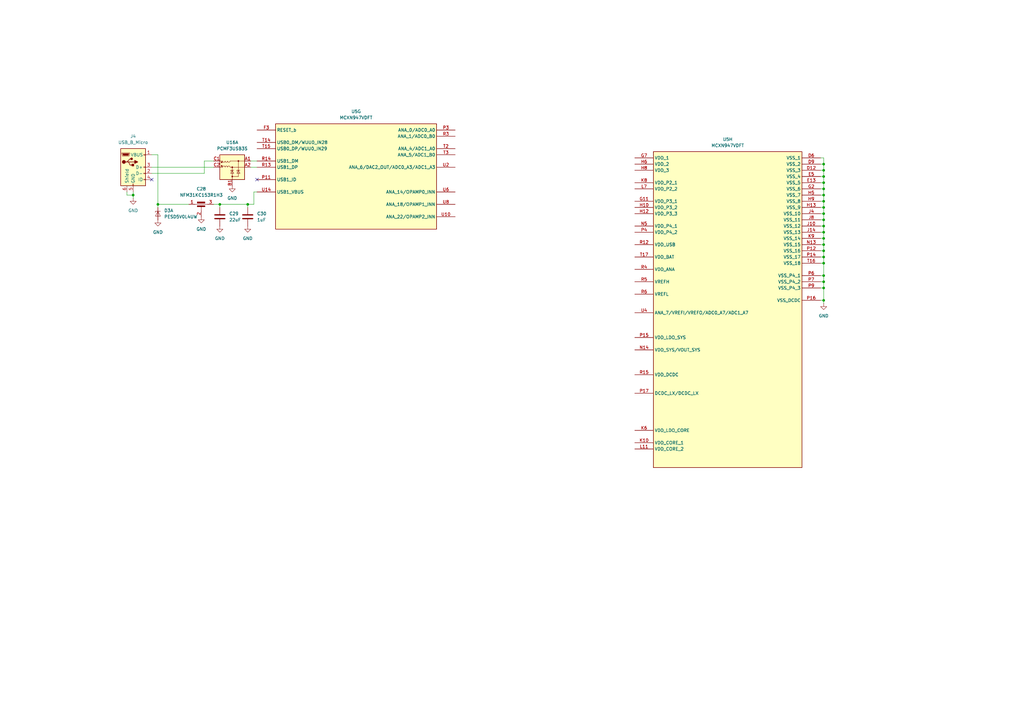
<source format=kicad_sch>
(kicad_sch (version 20231120) (generator "eeschema") (generator_version "8.0")
  (paper "A3")
  (title_block (title "MR-MCXN-T1 Sensor hub") (date "2025-01-17") (rev "X0") (company "NXP SEMICONDUCTORS B.V.") (comment 1 "CLASSIFICATION: INTERNAL USE ONLY") (comment 3 "DESIGNER: YOURI TILS") (comment 4 "CTO SYSTEM INNOVATIONS / MOBILE ROBOTICS DOMAIN"))
  (lib_symbols
    (symbol "Connector:USB_B_Micro" (pin_names (offset 1.016))
      (property "Reference" "J" (at -5.08 11.43 0))
      (property "Value" "USB_B_Micro" (at -5.08 8.89 0))
      (symbol "USB_B_Micro_0_1"
        (rectangle (start -5.08 -7.62) (end 5.08 7.62) (stroke (width 0.254)) (fill (type background)))
        (circle (center -3.81 2.159) (radius 0.635) (stroke (width 0.254)) (fill (type outline)))
        (circle (center -0.635 3.429) (radius 0.381) (stroke (width 0.254)) (fill (type outline)))
        (rectangle (start -0.127 -7.62) (end 0.127 -6.858))
        (polyline (pts (xy -1.905 2.159) (xy 0.635 2.159)) (stroke (width 0.254)))
        (polyline (pts (xy -3.175 2.159) (xy -2.54 2.159) (xy -1.27 3.429) (xy -0.635 3.429)) (stroke (width 0.254)))
        (polyline (pts (xy -2.54 2.159) (xy -1.905 2.159) (xy -1.27 0.889) (xy 0 0.889)) (stroke (width 0.254)))
        (polyline (pts (xy 0.635 2.794) (xy 0.635 1.524) (xy 1.905 2.159) (xy 0.635 2.794)) (stroke (width 0.254)) (fill (type outline)))
        (polyline (pts (xy -4.318 5.588) (xy -1.778 5.588) (xy -2.032 4.826) (xy -4.064 4.826) (xy -4.318 5.588)) (fill (type outline)))
        (polyline (pts (xy -4.699 5.842) (xy -4.699 5.588) (xy -4.445 4.826) (xy -4.445 4.572) (xy -1.651 4.572) (xy -1.651 4.826) (xy -1.397 5.588) (xy -1.397 5.842) (xy -4.699 5.842)))
        (rectangle (start 0.254 1.27) (end -0.508 0.508) (stroke (width 0.254)) (fill (type outline)))
        (rectangle (start 5.08 -5.207) (end 4.318 -4.953))
        (rectangle (start 5.08 -2.667) (end 4.318 -2.413))
        (rectangle (start 5.08 -0.127) (end 4.318 0.127))
        (rectangle (start 5.08 4.953) (end 4.318 5.207))
      )
      (symbol "USB_B_Micro_1_1"
        (pin power_out line (at 7.62 5.08 180) (length 2.54) (name "VBUS") (number "1"))
        (pin bidirectional line (at 7.62 -2.54 180) (length 2.54) (name "D-") (number "2"))
        (pin bidirectional line (at 7.62 0 180) (length 2.54) (name "D+") (number "3"))
        (pin passive line (at 7.62 -5.08 180) (length 2.54) (name "ID") (number "4"))
        (pin power_out line (at 0 -10.16 90) (length 2.54) (name "GND") (number "5"))
        (pin passive line (at -2.54 -10.16 90) (length 2.54) (name "Shield") (number "6"))
      )
    )
    (symbol "Device:C" (pin_numbers hide) (pin_names (offset 0.254))
      (property "Reference" "C" (at 0.635 2.54 0))
      (property "Value" "C" (at 0.635 -2.54 0))
      (symbol "C_0_1"
        (polyline (pts (xy -2.032 -0.762) (xy 2.032 -0.762)) (stroke (width 0.508)))
        (polyline (pts (xy -2.032 0.762) (xy 2.032 0.762)) (stroke (width 0.508)))
      )
      (symbol "C_1_1"
        (pin passive line (at 0 3.81 270) (length 2.794) (name "~") (number "1"))
        (pin passive line (at 0 -3.81 90) (length 2.794) (name "~") (number "2"))
      )
    )
    (symbol "Device:C_Feedthrough" (pin_names (offset 0.254) hide)
      (property "Reference" "C" (at 0 7.62 0))
      (property "Value" "C_Feedthrough" (at 0 5.715 0))
      (symbol "C_Feedthrough_0_1"
        (rectangle (start -1.651 1.524) (end 1.524 2.032) (fill (type outline)))
        (polyline (pts (xy -2.54 2.54) (xy 2.54 2.54)))
        (polyline (pts (xy 0 0) (xy 0 1.778)))
        (rectangle (start 1.524 3.048) (end -1.651 3.556) (fill (type outline)))
      )
      (symbol "C_Feedthrough_1_1"
        (pin passive line (at -5.08 2.54 0) (length 2.54) (name "1") (number "1"))
        (pin passive line (at 0 -2.54 90) (length 2.54) (name "2") (number "2"))
        (pin passive line (at 5.08 2.54 180) (length 2.54) (name "3") (number "3"))
      )
    )
    (symbol "MCXN:MCXN947VDFT"
      (property "Reference" "U" (at 1.27 3.81 0))
      (property "Value" "MCXN947VDFT" (at 7.62 1.27 0))
      (symbol "MCXN947VDFT_1_0"
        (rectangle (start 147.32 0) (end 0 -88.9) (stroke (width 0.254)) (fill (type background)))
        (pin passive line (at -7.62 -48.26 0) (length 7.62) (name "P0_17/TSI0_CH12/ADC0_A9/FC0_P1/CT0_MAT1/UTICK_CAP3/FLEXIO0_D1/PDM0_DATA0/I3C0_SCL/TP_HREADY") (number "A10"))
        (pin passive line (at -7.62 -27.94 0) (length 7.62) (name "P0_9/ADC0_B9/FC0_P5/CT_INP1/FLEXIO0_D1") (number "A12"))
        (pin passive line (at -7.62 -17.78 0) (length 7.62) (name "P0_5/TSI0_CH9/EWM0_OUT_b/FC0_P1/FC1_P5/CT0_MAT3/UTICK_CAP3/PDM0_DATA0") (number "A14"))
        (pin passive line (at -7.62 -7.62 0) (length 7.62) (name "P0_1/TCLK/SWCLK/FC1_P1/CT_INP1") (number "A16"))
        (pin passive line (at -7.62 -5.08 0) (length 7.62) (name "P0_0/TMS/SWDIO/FC1_P0/CT_INP0") (number "A17"))
        (pin passive line (at -7.62 -68.58 0) (length 7.62) (name "P0_25/ADC0_B17/FC1_P1/CT0_MAT1") (number "A6"))
        (pin passive line (at -7.62 -58.42 0) (length 7.62) (name "P0_21/TSI0_CH16/ADC0_A13/FC0_P5/FC1_P1/CT_INP1/FLEXIO0_D5/I3C0_SCL") (number "A8"))
        (pin passive line (at -7.62 -45.72 0) (length 7.62) (name "P0_16/TSI0_CH11/ADC0_A8/FC0_P0/CT0_MAT0/UTICK_CAP2/FLEXIO0_D0/PDM0_CLK/I3C0_SDA/TP_HRESP/WUU0_IN2") (number "B10"))
        (pin passive line (at -7.62 -33.02 0) (length 7.62) (name "P0_11/ADC0_B11/CT0_MAT1/FLEXIO0_D3/HSCMP2_OUT") (number "B11"))
        (pin passive line (at -7.62 -30.48 0) (length 7.62) (name "P0_10/ADC0_B10/FC0_P6/CT0_MAT0/FLEXIO0_D2") (number "B12"))
        (pin passive line (at -7.62 -15.24 0) (length 7.62) (name "P0_4/TSI0_CH8/EWM0_IN/FC0_P0/FC1_P4/CT0_MAT2/UTICK_CAP2/HSCMP1_OUT/PDM0_CLK/WUU0_IN0") (number "B14"))
        (pin passive line (at -7.62 -12.7 0) (length 7.62) (name "P0_3/CMP1_IN1/TDI/FC1_P3/CT0_MAT1/UTICK_CAP1/HSCMP0_OUT") (number "B15"))
        (pin passive line (at -7.62 -10.16 0) (length 7.62) (name "P0_2/TDO/SWO/FC1_P2/CT0_MAT0/UTICK_CAP0/I3C0_PUR") (number "B16"))
        (pin passive line (at -7.62 -66.04 0) (length 7.62) (name "P0_24/ADC0_B16/FC1_P0/CT0_MAT0") (number "B6"))
        (pin passive line (at -7.62 -63.5 0) (length 7.62) (name "P0_23/ADC0_A15/CMP2_IN2/EWM0_OUT_b/FC1_P3/CT_INP3/FLEXIO0_D7/WUU0_IN5") (number "B7"))
        (pin passive line (at -7.62 -60.96 0) (length 7.62) (name "P0_22/ADC0_A14/CMP1_IN2/EWM0_IN/FC0_P6/FC1_P2/CT_INP2/FLEXIO0_D6/I3C0_PUR") (number "B8"))
        (pin passive line (at -7.62 -50.8 0) (length 7.62) (name "P0_18/TSI0_CH13/ADC0_A10/EWM0_IN/FC0_P2/CT0_MAT2/FLEXIO0_D2/HSCMP0_OUT/PDM0_DATA1") (number "C10"))
        (pin passive line (at -7.62 -25.4 0) (length 7.62) (name "P0_8/ADC0_B8/FC0_P4/CT_INP0/FLEXIO0_D0") (number "C12"))
        (pin passive line (at -7.62 -22.86 0) (length 7.62) (name "P0_7/CMP2_IN1/FC0_P3/CT_INP3/WUU0_IN1") (number "C13"))
        (pin passive line (at -7.62 -20.32 0) (length 7.62) (name "P0_6/TSI0_CH10/ISPMODE_N/FC0_P2/FC1_P6/CT_INP2/HSCMP2_OUT/PDM0_DATA1/CLKOUT") (number "C14"))
        (pin passive line (at -7.62 -55.88 0) (length 7.62) (name "P0_20/TSI0_CH15/ADC0_A12/FC0_P4/FC1_P0/CT_INP0/FLEXIO0_D4/I3C0_SDA/WUU0_IN4") (number "C8"))
        (pin passive line (at -7.62 -53.34 0) (length 7.62) (name "P0_19/TSI0_CH14/ADC0_A11/EWM0_OUT_b/FC0_P3/CT0_MAT3/FLEXIO0_D3/HSCMP1_OUT/WUU0_IN3") (number "C9"))
        (pin passive line (at -7.62 -35.56 0) (length 7.62) (name "P0_12/ADC0_B12/NVM_TM0/FC1_P4/FC0_P0/CT0_MAT2/FLEXIO0_D4") (number "D11"))
        (pin passive line (at -7.62 -83.82 0) (length 7.62) (name "P0_31/ADC0_B23/CT_INP3") (number "D7"))
        (pin passive line (at -7.62 -73.66 0) (length 7.62) (name "P0_27/ADC0_B19/FC1_P3/CT0_MAT3") (number "E10"))
        (pin passive line (at -7.62 -40.64 0) (length 7.62) (name "P0_14/ADC0_B14/NVM_TM2/FC1_P6/FC0_P2/CT_INP2/UTICK_CAP0/FLEXIO0_D6") (number "E11"))
        (pin passive line (at -7.62 -81.28 0) (length 7.62) (name "P0_30/ADC0_B22/FC1_P6/FC0_P6/CT_INP2") (number "E7"))
        (pin passive line (at -7.62 -76.2 0) (length 7.62) (name "P0_28/ADC0_B20/FC1_P4/FC0_P4/CT_INP0") (number "E8"))
        (pin passive line (at -7.62 -71.12 0) (length 7.62) (name "P0_26/ADC0_B18/FC1_P2/CT0_MAT2") (number "F10"))
        (pin passive line (at -7.62 -38.1 0) (length 7.62) (name "P0_13/ADC0_B13/NVM_TM1/FC1_P5/FC0_P1/CT0_MAT3/FLEXIO0_D5") (number "F12"))
        (pin passive line (at -7.62 -78.74 0) (length 7.62) (name "P0_29/ADC0_B21/FC1_P5/FC0_P5/CT_INP1") (number "F8"))
        (pin passive line (at -7.62 -43.18 0) (length 7.62) (name "P0_15/ADC0_B15/NVM_TM3/FC0_P3/CT_INP3/UTICK_CAP1/FLEXIO0_D7") (number "G13"))
      )
      (symbol "MCXN947VDFT_2_0"
        (rectangle (start 248.92 0) (end 0 -71.12) (stroke (width 0.254)) (fill (type background)))
        (pin passive line (at -7.62 -22.86 0) (length 7.62) (name "P1_8/TSI0_CH17/ADC1_A8/TRACE_DATA0/FC4_P0/FC5_P4/CT_INP8/SCT0_OUT2/FLEXIO0_D16/EZH_PIO4/PLU_OUT0/ENET0_TXD2/I3C1_SDA/TP_DATA0/WUU0_IN10/LPTMR1_ALT3") (number "A1"))
        (pin passive line (at -7.62 -20.32 0) (length 7.62) (name "P1_7/TSI0_CH7/ADC0_A23/TRIG_OUT2/FC5_P3/CT_INP7/SCT0_IN1/FLEXIO0_D15/EZH_PIO3/PLU_CLK/ENET0_TXD1/SAI1_RX_FS/CAN1_RXD/USB0_DO_TXDATA_TEST/ADC1_CONV_DATA3/WUU0_IN9") (number "A2"))
        (pin passive line (at -7.62 -12.7 0) (length 7.62) (name "P1_4/TSI0_CH4/ADC0_A20/CMP0_IN2/FREQME_CLK_IN0/FC3_P4/FC5_P0/CT1_MAT2/SCT0_OUT0/FLEXIO0_D12/EZH_PIO0/ENET0_TX_CLK/SAI0_TXD1/USB0_IND_RXDM_TEST/ADC1_CONV_DATA0/WUU0_IN8") (number "A4"))
        (pin passive line (at -7.62 -25.4 0) (length 7.62) (name "P1_9/TSI0_CH18/ADC1_A9/TRACE_DATA1/FC4_P1/FC5_P5/CT_INP9/SCT0_OUT3/FLEXIO0_D17/EZH_PIO5/PLU_OUT1/ENET0_TXD3/I3C1_SCL/TP_DATA1") (number "B1"))
        (pin passive line (at -7.62 -17.78 0) (length 7.62) (name "P1_6/TSI0_CH6/ADC0_A22/TRIG_IN2/FC3_P6/FC5_P2/CT_INP6/SCT0_IN0/FLEXIO0_D14/EZH_PIO2/ENET0_TXD0/SAI1_RX_BCLK/CAN1_TXD/USB0_IND_RXDIFF_TEST/ADC1_CONV_DATA2") (number "B2"))
        (pin passive line (at -7.62 -15.24 0) (length 7.62) (name "P1_5/TSI0_CH5/ADC0_A21/CMP0_IN3/FREQME_CLK_IN1/FC3_P5/FC5_P1/CT1_MAT3/SCT0_OUT1/FLEXIO0_D13/EZH_PIO1/ENET0_TXEN/SAI0_RXD1/USB0_IND_RXDP_TEST/ADC1_CONV_DATA1") (number "B3"))
        (pin passive line (at -7.62 -10.16 0) (length 7.62) (name "P1_3/TSI0_CH3/ADC0_A19/CMP0_IN1/TRIG_OUT1/FC3_P3/CT1_MAT1/SCT0_IN7/FLEXIO0_D11/ENET0_MDIO/SAI1_RXD0/CAN0_RXD/TP_HTRANS/WUU0_IN7") (number "B4"))
        (pin passive line (at -7.62 -27.94 0) (length 7.62) (name "P1_10/TSI0_CH19/ADC1_A10/TRACE_DATA2/FC4_P2/FC5_P6/CT2_MAT0/SCT0_IN2/FLEXIO0_D18/EZH_PIO6/PLU_IN0/ENET0_TXER/CAN0_TXD/TP_DATA2") (number "C3"))
        (pin passive line (at -7.62 -7.62 0) (length 7.62) (name "P1_2/TSI0_CH2/ADC0_A18/CMP2_IN0/TRIG_OUT0/FC3_P2/FC4_P6/CT1_MAT0/SCT0_IN6/FLEXIO0_D10/ENET0_MDC/SAI1_TXD0/CAN0_TXD/USB0_OBE_TXDATA_b_TEST/ADC1_CONV_CLK") (number "C4"))
        (pin passive line (at -7.62 -5.08 0) (length 7.62) (name "P1_1/TSI0_CH1/ADC0_A17/CMP1_IN0/TRIG_IN1/FC3_P1/FC4_P5/CT_INP5/SCT0_OUT7/FLEXIO0_D9/SAI1_TX_FS/NVM_SDO") (number "C5"))
        (pin passive line (at -7.62 -2.54 0) (length 7.62) (name "P1_0/TSI0_CH0/ADC0_A16/CMP0_IN0/TRIG_IN0/FC3_P0/FC4_P4/CT_INP4/SCT0_OUT6/FLEXIO0_D8/SAI1_TX_BCLK/WUU0_IN6/LPTMR0_ALT3") (number "C6"))
        (pin passive line (at -7.62 -35.56 0) (length 7.62) (name "P1_13/TSI0_CH22/ADC1_A13/TRIG_IN3/FC4_P5/FC3_P1/CT2_MAT3/SCT0_OUT5/FLEXIO0_D21/EZH_PIO9/PLU_OUT3/ENET0_RXDV/CAN1_TXD/USB0_OBE_TXBIAS_b_TEST/ADC1_CONV_DATA5") (number "D1"))
        (pin passive line (at -7.62 -33.02 0) (length 7.62) (name "P1_12/TSI0_CH21/ADC1_A12/TRACE_CLK/FC4_P4/FC3_P0/CT2_MAT2/SCT0_OUT4/FLEXIO0_D20/EZH_PIO8/PLU_OUT2/ENET0_RXER/CAN1_RXD/USB0_PUE_PULLDWN_DP_TEST/ADC1_CONV_DATA4/WUU0_IN12") (number "D2"))
        (pin passive line (at -7.62 -30.48 0) (length 7.62) (name "P1_11/TSI0_CH20/ADC1_A11/TRACE_DATA3/FC4_P3/CT2_MAT1/SCT0_IN3/FLEXIO0_D19/EZH_PIO7/PLU_IN1/ENET0_RX_CLK/I3C1_PUR/CAN0_RXD/TP_DATA3/WUU0_IN11") (number "D3"))
        (pin passive line (at -7.62 -38.1 0) (length 7.62) (name "P1_14/TSI0_CH23/ADC1_A14/FC4_P6/FC3_P2/CT_INP10/SCT0_IN4/FLEXIO0_D22/EZH_PIO10/PLU_IN2/ENET0_RXD0/USB0_DO_TXSZERO_TEST/ADC1_CONV_DATA6") (number "D4"))
        (pin passive line (at -7.62 -40.64 0) (length 7.62) (name "P1_15/TSI0_CH24/ADC1_A15/FC3_P3/CT_INP11/SCT0_IN5/FLEXIO0_D23/EZH_PIO11/PLU_IN3/ENET0_RXD1/I3C1_PUR/USB0_SRE_LOWSPEED_TEST/ADC1_CONV_DATA7/WUU0_IN13") (number "E4"))
        (pin passive line (at -7.62 -63.5 0) (length 7.62) (name "P1_30/XTAL48M/TRIG_OUT3/CT_INP16/SCT0_OUT8/SAI0_MCLK") (number "F1"))
        (pin passive line (at -7.62 -66.04 0) (length 7.62) (name "P1_31/EXTAL48M/TRIG_IN4/CT_INP17/SCT0_OUT9") (number "F2"))
        (pin passive line (at -7.62 -45.72 0) (length 7.62) (name "P1_17/ADC1_A17/FC5_P1/FC3_P5/CT_INP13/SCT0_OUT7/FLEXIO0_D25/EZH_PIO13/PLU_OUT5/ENET0_RXD3/I3C1_SCL") (number "F4"))
        (pin passive line (at -7.62 -43.18 0) (length 7.62) (name "P1_16/ADC1_A16/FC5_P0/FC3_P4/CT_INP12/SCT0_OUT6/FLEXIO0_D24/EZH_PIO12/PLU_OUT4/ENET0_RXD2/I3C1_SDA/WUU0_IN14") (number "F6"))
        (pin passive line (at -7.62 -48.26 0) (length 7.62) (name "P1_18/ADC1_A18/FREQME_CLK_IN0/FC5_P2/FC3_P6/CT3_MAT0/SCT0_IN6/FLEXIO0_D26/EZH_PIO14/PLU_IN4/ENET0_COL/CAN0_TXD") (number "G4"))
        (pin passive line (at -7.62 -50.8 0) (length 7.62) (name "P1_19/ADC1_A19/FREQME_CLK_IN1/FC5_P3/CT3_MAT1/SCT0_IN7/FLEXIO0_D27/EZH_PIO15/PLU_IN5/ENET0_CRS/CAN0_RXD/WUU0_IN15") (number "G5"))
        (pin passive line (at -7.62 -53.34 0) (length 7.62) (name "P1_20/ADC1_A20/CMP1_IN3/TRIG_IN2/FC5_P4/FC4_P0/CT3_MAT2/SCT0_OUT8/FLEXIO0_D28/EZH_PIO16/PLU_OUT6/ENET0_MDC/CAN1_TXD") (number "K5"))
        (pin passive line (at -7.62 -58.42 0) (length 7.62) (name "P1_22/ADC1_A22/TRIG_IN3/FC5_P6/FC4_P2/CT_INP14/SCT0_OUT4/FLEXIO0_D30/EZH_PIO18") (number "L4"))
        (pin passive line (at -7.62 -55.88 0) (length 7.62) (name "P1_21/ADC1_A21/CMP2_IN3/TRIG_OUT2/FC5_P5/FC4_P1/CT3_MAT3/SCT0_OUT9/FLEXIO0_D29/EZH_PIO17/PLU_OUT7/ENET0_MDIO/SAI1_MCLK/CAN1_RXD") (number "L5"))
        (pin passive line (at -7.62 -60.96 0) (length 7.62) (name "P1_23/ADC1_A23/FC4_P3/CT_INP15/SCT0_OUT5/FLEXIO0_D31/EZH_PIO19") (number "M4"))
      )
      (symbol "MCXN947VDFT_3_0"
        (rectangle (start 223.52 0) (end 0 -35.56) (stroke (width 0.254)) (fill (type background)))
        (pin passive line (at -7.62 -5.08 0) (length 7.62) (name "P2_1/TRACE_CLK/SDHC0_D4/SCT0_IN1/PWM1_B3/FLEXIO0_D9/EZH_PIO21/FLEXSPI0_B_DQS/SINC0_MCLK_OUT0/SAI0_RX_FS/ESPI0_NOTIFY") (number "H1"))
        (pin passive line (at -7.62 -2.54 0) (length 7.62) (name "P2_0/TRIG_IN5/FC9_P6/SDHC0_D5/SCT0_IN0/PWM1_A3/FLEXIO0_D8/EZH_PIO20/FLEXSPI0_B_SS1_b/SAI0_RX_BCLK/ESPI0_RST") (number "H2"))
        (pin passive line (at -7.62 -7.62 0) (length 7.62) (name "P2_2/CLKOUT/FC9_P3/SDHC0_D1/SCT0_OUT0/PWM1_A2/FLEXIO0_D10/EZH_PIO22/FLEXSPI0_B_SS0_b/SINC0_MCLK0/SAI0_TXD0/ESPI0_CSn/USB0_IBE_RXDIFF_b_TEST/WUU0_IN16") (number "H3"))
        (pin passive line (at -7.62 -10.16 0) (length 7.62) (name "P2_3/FC9_P1/SDHC0_D0/SCT0_OUT1/PWM1_B2/FLEXIO0_D11/EZH_PIO23/FLEXSPI0_B_SCLK/SINC0_MBIT0/SAI0_RXD0/ESPI0_CLK/USB0_PUE_PULLDWN_DM_TEST") (number "J3"))
        (pin passive line (at -7.62 -15.24 0) (length 7.62) (name "P2_5/TRIG_OUT3/FC9_P2/SDHC0_CMD/SCT0_OUT3/PWM1_B1/FLEXIO0_D13/EZH_PIO25/FLEXSPI0_B_DATA1/SINC0_MBIT1/SAI0_TXD1/ESPI0_DATA1/USB0_SRE_LOWSPEED_TEST") (number "K1"))
        (pin passive line (at -7.62 -17.78 0) (length 7.62) (name "P2_6/TRIG_IN4/FC9_P4/SDHC0_D3/SCT0_OUT4/PWM1_A0/FLEXIO0_D14/EZH_PIO26/FLEXSPI0_B_DATA2/SINC0_MCLK2/SAI0_TX_BCLK/ESPI0_DATA2/USB0_PUIMPSEL_PULLUP_DP_TEST") (number "K2"))
        (pin passive line (at -7.62 -12.7 0) (length 7.62) (name "P2_4/FC9_P0/SDHC0_CLK/SCT0_OUT2/PWM1_A1/FLEXIO0_D12/EZH_PIO24/FLEXSPI0_B_DATA0/SINC0_MCLK1/SAI0_RXD1/ESPI0_DATA0/USB0_PUE_PULLUP_DP_TEST/WUU0_IN17") (number "K3"))
        (pin passive line (at -7.62 -20.32 0) (length 7.62) (name "P2_7/TRIG_IN5/FC9_P5/SDHC0_D2/SCT0_OUT5/PWM1_B0/FLEXIO0_D15/EZH_PIO27/FLEXSPI0_B_DATA3/SINC0_MBIT2/SAI0_TX_FS/ESPI0_DATA3/USB1_TSTO_PLL_OUT_DIV") (number "L2"))
        (pin passive line (at -7.62 -25.4 0) (length 7.62) (name "P2_9/TRACE_DATA1/SDHC0_D6/SCT0_IN3/PWM1_X1/FLEXIO0_D17/EZH_PIO29/FLEXSPI0_B_DATA5/SINC0_MBIT3/SAI1_RXD0") (number "M1"))
        (pin passive line (at -7.62 -22.86 0) (length 7.62) (name "P2_8/TRACE_DATA0/SDHC0_D7/SCT0_IN2/PWM1_X0/FLEXIO0_D16/EZH_PIO28/FLEXSPI0_B_DATA4/SINC0_MCLK3/SAI1_TXD0") (number "M2"))
        (pin passive line (at -7.62 -27.94 0) (length 7.62) (name "P2_10/TRACE_DATA2/SCT0_IN4/PWM1_X2/FLEXIO0_D18/EZH_PIO31/FLEXSPI0_B_DATA6/SINC0_MCLK4/SAI1_RXD1") (number "M3"))
        (pin passive line (at -7.62 -30.48 0) (length 7.62) (name "P2_11/TRACE_DATA3/SCT0_IN5/PWM1_X3/FLEXIO0_D19/EZH_PIO30/FLEXSPI0_B_DATA7/SINC0_MBIT4/SAI1_TXD1") (number "N4"))
      )
      (symbol "MCXN947VDFT_4_0"
        (rectangle (start 226.06 0) (end 0 -66.04) (stroke (width 0.254)) (fill (type background)))
        (pin passive line (at -7.62 -2.54 0) (length 7.62) (name "P3_0/TRIG_IN0/FC7_P3/CT_INP16/PWM0_A0/FLEXIO0_D8/EZH_PIO0/FLEXSPI0_A_SS0_b/PF_QSPI_CS0_DIS/TP_HWRITE/WUU0_IN22") (number "B17"))
        (pin passive line (at -7.62 -5.08 0) (length 7.62) (name "P3_1/TRIG_IN1/FC6_P0/FC7_P6/CT_INP17/PWM0_B0/FLEXIO0_D9/EZH_PIO1/FLEXSPI0_A_SS1_b/PF_QSPI_CS1_DIS/FREQME_CLK_OUT0") (number "C15"))
        (pin passive line (at -7.62 -20.32 0) (length 7.62) (name "P3_7/FC6_P6/FC7_P1/CT4_MAT3/PWM0_B1/FLEXIO0_D15/EZH_PIO7/FLEXSPI0_A_SCLK/SIM0_VCCEN/SAI0_MCLK/PF_QSPI_SCKIN/TP_LOAD_EN") (number "D14"))
        (pin passive line (at -7.62 -7.62 0) (length 7.62) (name "P3_2/FC7_P0/CT4_MAT0/PWM0_X0/FLEXIO0_D10/EZH_PIO2/SIM1_PD") (number "D15"))
        (pin passive line (at -7.62 -10.16 0) (length 7.62) (name "P3_3/FC7_P1/CT4_MAT1/PWM0_X1/FLEXIO0_D11/EZH_PIO3/SIM1_RST") (number "D16"))
        (pin passive line (at -7.62 -17.78 0) (length 7.62) (name "P3_6/CLKOUT/FC6_P1/CT4_MAT2/PWM0_A1/FLEXIO0_D14/EZH_PIO6/FLEXSPI0_A_DQS/SIM1_VCCEN/SAI1_MCLK/PF_QSPI_CS_n/FREQME_CLK_OUT1/ADC0_CONV_CLK") (number "D17"))
        (pin passive line (at -7.62 -22.86 0) (length 7.62) (name "P3_8/FC6_P4/FC7_P0/CT_INP4/PWM0_A2/FLEXIO0_D16/EZH_PIO8/FLEXSPI0_A_DATA0/SIM0_PD/SAI0_TX_BCLK/PF_QSPI_DATA0/TP_ADDR0/WUU0_IN23") (number "E14"))
        (pin passive line (at -7.62 -12.7 0) (length 7.62) (name "P3_4/FC7_P2/CT_INP18/PWM0_X2/FLEXIO0_D12/EZH_PIO4/SIM1_CLK") (number "F14"))
        (pin passive line (at -7.62 -25.4 0) (length 7.62) (name "P3_9/FC6_P5/FC7_P2/CT_INP5/PWM0_B2/FLEXIO0_D17/EZH_PIO9/FLEXSPI0_A_DATA1/SIM0_RST/SAI0_TX_FS/PF_QSPI_DATA1/TP_ADDR1") (number "F15"))
        (pin passive line (at -7.62 -30.48 0) (length 7.62) (name "P3_11/FC6_P3/FC7_P5/CT1_MAT1/PWM0_B3/FLEXIO0_D19/EZH_PIO11/FLEXSPI0_A_DATA3/SIM0_IO/SAI0_RXD0/PF_QSPI_DATA3/USB1_TSTI_TX_LS_EN/TP_ADDR3/WUU0_IN24") (number "F16"))
        (pin passive line (at -7.62 -27.94 0) (length 7.62) (name "P3_10/FC6_P2/FC7_P4/CT1_MAT0/PWM0_A3/FLEXIO0_D18/EZH_PIO10/FLEXSPI0_A_DATA2/SIM0_CLK/SAI0_TXD0/PF_QSPI_DATA2/USB1_TSTI_TX_HS_MODE/TP_ADDR2") (number "F17"))
        (pin passive line (at -7.62 -15.24 0) (length 7.62) (name "P3_5/FC7_P3/CT_INP19/PWM0_X3/FLEXIO0_D13/EZH_PIO5/SIM1_IO") (number "G14"))
        (pin passive line (at -7.62 -33.02 0) (length 7.62) (name "P3_12/FC7_P4/FC6_P4/CT1_MAT2/PWM1_A0/FLEXIO0_D20/EZH_PIO12/FLEXSPI0_A_DATA4/SAI0_RXD1/USB1_TSTI_TX_ENAB/ADC0_CONV_DATA0") (number "G16"))
        (pin passive line (at -7.62 -40.64 0) (length 7.62) (name "P3_15/FC8_P1/CT_INP7/PWM1_B1/FLEXIO0_D23/EZH_PIO15/FLEXSPI0_A_DATA7/SAI0_RX_FS/PF_SPI_SCKIN/USB1_TSTI_TX_DN/ADC0_CONV_DATA3") (number "H15"))
        (pin passive line (at -7.62 -35.56 0) (length 7.62) (name "P3_13/FC7_P5/FC6_P5/CT1_MAT3/PWM1_B0/FLEXIO0_D21/EZH_PIO13/FLEXSPI0_A_DATA5/SAI0_TXD1/PF_SPI_CS0_n/USB1_TSTI_TX_HIZ/ADC0_CONV_DATA1") (number "H16"))
        (pin passive line (at -7.62 -38.1 0) (length 7.62) (name "P3_14/FC8_P0/CT_INP6/PWM1_A1/FLEXIO0_D22/EZH_PIO14/FLEXSPI0_A_DATA6/SAI0_RX_BCLK/PF_SPI_DATA/USB1_TSTI_TX_DP/ADC0_CONV_DATA2/WUU0_IN25") (number "H17"))
        (pin passive line (at -7.62 -43.18 0) (length 7.62) (name "P3_16/FC8_P2/CT_INP8/PWM1_A2/FLEXIO0_D24/EZH_PIO16/SIM0_CLK/SAI1_TX_BCLK/USB1_TSTO_RX_FS_RXD/ADC0_CONV_DATA4") (number "J15"))
        (pin passive line (at -7.62 -45.72 0) (length 7.62) (name "P3_17/FC8_P3/CT_INP9/PWM1_B2/FLEXIO0_D25/EZH_PIO17/SIM0_IO/SAI1_TX_FS/USB1_TSTO_RX_HS_RXD/ADC0_CONV_DATA5/WUU0_IN26") (number "K15"))
        (pin passive line (at -7.62 -48.26 0) (length 7.62) (name "P3_18/FC6_P6/CT2_MAT0/PWM1_X0/FLEXIO0_D26/EZH_PIO18/SAI1_RX_BCLK") (number "K16"))
        (pin passive line (at -7.62 -50.8 0) (length 7.62) (name "P3_19/FC7_P6/CT2_MAT1/PWM1_X1/FLEXIO0_D27/EZH_PIO19/SAI1_RX_FS") (number "K17"))
        (pin passive line (at -7.62 -55.88 0) (length 7.62) (name "P3_21/TRIG_OUT1/FC8_P5/FC6_P1/CT2_MAT3/PWM1_B3/FLEXIO0_D29/EZH_PIO21/SIM0_RST/SAI1_RXD0/PF_SPI_CS1_DIS_n/USB1_TSTO_RX_SQUELCH/ADC0_CONV_DATA7") (number "L16"))
        (pin passive line (at -7.62 -60.96 0) (length 7.62) (name "P3_23/FC6_P3/CT_INP11/PWM1_X3/FLEXIO0_D31/EZH_PIO23/SAI1_TXD1") (number "M15"))
        (pin passive line (at -7.62 -58.42 0) (length 7.62) (name "P3_22/FC8_P6/FC6_P2/CT_INP10/PWM1_X2/FLEXIO0_D30/EZH_PIO22/SIM0_VCCEN/SAI1_RXD1") (number "M16"))
        (pin passive line (at -7.62 -53.34 0) (length 7.62) (name "P3_20/TRIG_OUT0/FC8_P4/FC6_P0/CT2_MAT2/PWM1_A3/FLEXIO0_D28/EZH_PIO20/SIM0_PD/SAI1_TXD0/PF_SPI_CS0_DIS_n/USB1_TSTO_RX_DISCON_DET/ADC0_CONV_DATA6/WUU0_IN27") (number "M17"))
      )
      (symbol "MCXN947VDFT_5_0"
        (rectangle (start 198.12 0) (end 0 -55.88) (stroke (width 0.254)) (fill (type background)))
        (pin passive line (at -7.62 -12.7 0) (length 7.62) (name "P4_4/FC2_P4/CT_INP14/EZH_PIO28/PLU_IN4/SINC0_MCLK4") (number "M6"))
        (pin passive line (at -7.62 -15.24 0) (length 7.62) (name "P4_5/FC2_P5/CT_INP15/EZH_PIO29/PLU_IN5/SINC0_MBIT4") (number "M8"))
        (pin passive line (at -7.62 -38.1 0) (length 7.62) (name "P4_18/CT3_MAT2/FLEXIO0_D26/PLU_OUT6") (number "N10"))
        (pin passive line (at -7.62 -17.78 0) (length 7.62) (name "P4_6/TRIG_OUT4/FC2_P6/CT_INP18/EZH_PIO30/PLU_CLK") (number "N7"))
        (pin passive line (at -7.62 -27.94 0) (length 7.62) (name "P4_14/CT4_MAT2/FLEXIO0_D22/PLU_OUT2") (number "N8"))
        (pin passive line (at -7.62 -2.54 0) (length 7.62) (name "P4_0/TRIG_IN6/FC2_P0/CT_INP16/EZH_PIO24/PLU_IN0/SINC0_MCLK3/WUU0_IN18") (number "P1"))
        (pin passive line (at -7.62 -5.08 0) (length 7.62) (name "P4_1/TRIG_IN7/FC2_P1/CT_INP17/EZH_PIO25/PLU_IN1") (number "P2"))
        (pin passive line (at -7.62 -40.64 0) (length 7.62) (name "P4_19/OPAMP1_OUT/ADC0_B1/CMP1_IN4P/TRIG_OUT5/CT3_MAT3/FLEXIO0_D27/PLU_OUT7/SINC0_MCLK_OUT1") (number "R10"))
        (pin passive line (at -7.62 -33.02 0) (length 7.62) (name "P4_16/OPAMP1_INP0/ADC0_A6/FC2_P2/USB1_OTG_PWR/CT3_MAT0/FLEXIO0_D24/PLU_OUT4/SINC0_MCLK1/CAN1_TXD") (number "R8"))
        (pin passive line (at -7.62 -35.56 0) (length 7.62) (name "P4_17/OPAMP1_INP1/ADC0_B6/TRIG_IN9/FC2_P3/USB1_OTG_OC/CT3_MAT1/FLEXIO0_D25/PLU_OUT5/SINC0_MBIT1") (number "R9"))
        (pin passive line (at -7.62 -7.62 0) (length 7.62) (name "P4_2/DAC0_OUT/ADC0_A4/ADC1_A4/CMP0_IN4N/CMP1_IN4N/CMP2_IN4N/TRIG_IN6/FC2_P2/CT_INP12/EZH_PIO26/PLU_IN2/SINC0_MBIT3") (number "T1"))
        (pin passive line (at -7.62 -43.18 0) (length 7.62) (name "P4_20/OPAMP2_INP0/ADC1_A6/TRIG_IN8/FC2_P4/CT2_MAT0/FLEXIO0_D28/SINC0_MCLK2") (number "T10"))
        (pin passive line (at -7.62 -45.72 0) (length 7.62) (name "P4_21/OPAMP2_INP1/ADC1_B6/TRIG_IN9/FC2_P5/CT2_MAT1/FLEXIO0_D29/SINC0_MBIT2") (number "T11"))
        (pin passive line (at -7.62 -48.26 0) (length 7.62) (name "P4_22/CT2_MAT2/FLEXIO0_D30") (number "T12"))
        (pin passive line (at -7.62 -20.32 0) (length 7.62) (name "P4_7/CT_INP19/EZH_PIO31") (number "T4"))
        (pin passive line (at -7.62 -22.86 0) (length 7.62) (name "P4_12/OPAMP0_INP0/ADC0_A5/ADC1_A5/USB0_VBUS_DET/FC2_P0/CT4_MAT0/FLEXIO0_D20/PLU_OUT0/SINC0_MCLK0/CAN0_RXD/MTR_START_BURNIN/WUU0_IN20") (number "T6"))
        (pin passive line (at -7.62 -25.4 0) (length 7.62) (name "P4_13/OPAMP0_INP1/ADC0_B5/ADC1_B5/TRIG_IN8/FC2_P1/USB1_ID/CT4_MAT1/FLEXIO0_D21/PLU_OUT1/SINC0_MBIT0/CAN0_TXD") (number "T7"))
        (pin passive line (at -7.62 -30.48 0) (length 7.62) (name "P4_15/OPAMP0_OUT/ADC0_A1/CMP0_IN4P/TRIG_OUT4/USB1_VBUS_DIG/CT4_MAT3/FLEXIO0_D23/PLU_OUT3/SINC0_MCLK_OUT0/CAN1_RXD/WUU0_IN21") (number "T8"))
        (pin passive line (at -7.62 -10.16 0) (length 7.62) (name "P4_3/DAC1_OUT/ADC0_B4/ADC1_B4/CMP0_IN5N/CMP1_IN5N/CMP2_IN5N/TRIG_IN7/FC2_P3/CT_INP13/EZH_PIO27/PLU_IN3/WUU0_IN19") (number "U1"))
        (pin passive line (at -7.62 -50.8 0) (length 7.62) (name "P4_23/OPAMP2_OUT/ADC0_A2/ADC0_B2/ADC1_B3/CMP2_IN4P/TRIG_OUT5/FC2_P6/CT2_MAT3/FLEXIO0_D31/SINC0_MCLK_OUT2") (number "U12"))
      )
      (symbol "MCXN947VDFT_6_0"
        (rectangle (start 73.66 0) (end 0 -33.02) (stroke (width 0.254)) (fill (type background)))
        (pin passive line (at -7.62 -17.78 0) (length 7.62) (name "P5_5/ADC1_B13/TRIG_IN10/LPTMR0_ALT2/TAMPER3") (number "K12"))
        (pin passive line (at -7.62 -20.32 0) (length 7.62) (name "P5_6/ADC1_B14/TRIG_OUT6/LPTMR1_ALT2/TAMPER4") (number "K13"))
        (pin passive line (at -7.62 -22.86 0) (length 7.62) (name "P5_7/ADC1_B15/TRIG_IN11/TAMPER5") (number "L13"))
        (pin passive line (at -7.62 -25.4 0) (length 7.62) (name "P5_8/ADC1_B16/TRIG_OUT7/TAMPER6") (number "L14"))
        (pin passive line (at -7.62 -10.16 0) (length 7.62) (name "P5_2/ADC1_B10/VBAT_WAKEUP_b/SPC_LPREQ/TAMPER0") (number "M10"))
        (pin passive line (at -7.62 -15.24 0) (length 7.62) (name "P5_4/ADC1_B12/TRIG_OUT7/SPC_LPREQ/TAMPER2") (number "M12"))
        (pin passive line (at -7.62 -27.94 0) (length 7.62) (name "P5_9/ADC1_B17/TAMPER7") (number "M14"))
        (pin passive line (at -7.62 -12.7 0) (length 7.62) (name "P5_3/ADC1_B11/TRIG_IN11/RTC_CLKOUT/TAMPER1") (number "N11"))
        (pin passive line (at -7.62 -5.08 0) (length 7.62) (name "P5_0/EXTAL32K/ADC1_B8/TRIG_IN10/LPTMR0_ALT2") (number "U16"))
        (pin passive line (at -7.62 -7.62 0) (length 7.62) (name "P5_1/XTAL32K/ADC1_B9/TRIG_OUT6/LPTMR1_ALT2") (number "U17"))
      )
      (symbol "MCXN947VDFT_7_0"
        (rectangle (start 66.04 0) (end 0 -43.18) (stroke (width 0.254)) (fill (type background)))
        (pin passive line (at -7.62 -2.54 0) (length 7.62) (name "RESET_b") (number "F3"))
        (pin passive line (at -7.62 -22.86 0) (length 7.62) (name "USB1_ID") (number "P11"))
        (pin passive line (at 73.66 -2.54 180) (length 7.62) (name "ANA_0/ADC0_A0") (number "P3"))
        (pin passive line (at -7.62 -17.78 0) (length 7.62) (name "USB1_DP") (number "R13"))
        (pin passive line (at -7.62 -15.24 0) (length 7.62) (name "USB1_DM") (number "R14"))
        (pin passive line (at 73.66 -5.08 180) (length 7.62) (name "ANA_1/ADC0_B0") (number "R3"))
        (pin passive line (at -7.62 -7.62 0) (length 7.62) (name "USB0_DM/WUU0_IN28") (number "T14"))
        (pin passive line (at -7.62 -10.16 0) (length 7.62) (name "USB0_DP/WUU0_IN29") (number "T15"))
        (pin passive line (at 73.66 -10.16 180) (length 7.62) (name "ANA_4/ADC1_A0") (number "T2"))
        (pin passive line (at 73.66 -12.7 180) (length 7.62) (name "ANA_5/ADC1_B0") (number "T3"))
        (pin passive line (at 73.66 -38.1 180) (length 7.62) (name "ANA_22/OPAMP2_INN") (number "U10"))
        (pin passive line (at -7.62 -27.94 0) (length 7.62) (name "USB1_VBUS") (number "U14"))
        (pin passive line (at 73.66 -17.78 180) (length 7.62) (name "ANA_6/DAC2_OUT/ADC0_A3/ADC1_A3") (number "U2"))
        (pin passive line (at 73.66 -27.94 180) (length 7.62) (name "ANA_14/OPAMP0_INN") (number "U6"))
        (pin passive line (at 73.66 -33.02 180) (length 7.62) (name "ANA_18/OPAMP1_INN") (number "U8"))
      )
      (symbol "MCXN947VDFT_8_0"
        (rectangle (start 60.96 0) (end 0 -129.54) (stroke (width 0.254)) (fill (type background)))
        (pin passive line (at 68.58 -7.62 180) (length 7.62) (name "VSS_3") (number "D12"))
        (pin passive line (at 68.58 -2.54 180) (length 7.62) (name "VSS_1") (number "D6"))
        (pin passive line (at 68.58 -5.08 180) (length 7.62) (name "VSS_2") (number "D9"))
        (pin passive line (at 68.58 -12.7 180) (length 7.62) (name "VSS_5") (number "E13"))
        (pin passive line (at 68.58 -10.16 180) (length 7.62) (name "VSS_4") (number "E5"))
        (pin passive line (at -7.62 -20.32 0) (length 7.62) (name "VDD_P3_1") (number "G11"))
        (pin passive line (at 68.58 -15.24 180) (length 7.62) (name "VSS_6") (number "G2"))
        (pin passive line (at -7.62 -2.54 0) (length 7.62) (name "VDD_1") (number "G7"))
        (pin passive line (at -7.62 -22.86 0) (length 7.62) (name "VDD_P3_2") (number "H10"))
        (pin passive line (at -7.62 -25.4 0) (length 7.62) (name "VDD_P3_3") (number "H12"))
        (pin passive line (at 68.58 -22.86 180) (length 7.62) (name "VSS_9") (number "H13"))
        (pin passive line (at 68.58 -17.78 180) (length 7.62) (name "VSS_7") (number "H5"))
        (pin passive line (at -7.62 -5.08 0) (length 7.62) (name "VDD_2") (number "H6"))
        (pin passive line (at -7.62 -7.62 0) (length 7.62) (name "VDD_3") (number "H8"))
        (pin passive line (at 68.58 -20.32 180) (length 7.62) (name "VSS_8") (number "H9"))
        (pin passive line (at 68.58 -30.48 180) (length 7.62) (name "VSS_12") (number "J10"))
        (pin passive line (at 68.58 -33.02 180) (length 7.62) (name "VSS_13") (number "J14"))
        (pin passive line (at 68.58 -25.4 180) (length 7.62) (name "VSS_10") (number "J4"))
        (pin passive line (at 68.58 -27.94 180) (length 7.62) (name "VSS_11") (number "J8"))
        (pin passive line (at -7.62 -119.38 0) (length 7.62) (name "VDD_CORE_1") (number "K10"))
        (pin passive line (at -7.62 -114.3 0) (length 7.62) (name "VDD_LDO_CORE") (number "K6"))
        (pin passive line (at -7.62 -12.7 0) (length 7.62) (name "VDD_P2_1") (number "K8"))
        (pin passive line (at 68.58 -35.56 180) (length 7.62) (name "VSS_14") (number "K9"))
        (pin passive line (at -7.62 -121.92 0) (length 7.62) (name "VDD_CORE_2") (number "L11"))
        (pin passive line (at -7.62 -15.24 0) (length 7.62) (name "VDD_P2_2") (number "L7"))
        (pin passive line (at 68.58 -38.1 180) (length 7.62) (name "VSS_15") (number "N13"))
        (pin passive line (at -7.62 -81.28 0) (length 7.62) (name "VDD_SYS/VOUT_SYS") (number "N14"))
        (pin passive line (at -7.62 -30.48 0) (length 7.62) (name "VDD_P4_1") (number "N5"))
        (pin passive line (at 68.58 -40.64 180) (length 7.62) (name "VSS_16") (number "P12"))
        (pin passive line (at 68.58 -43.18 180) (length 7.62) (name "VSS_17") (number "P14"))
        (pin passive line (at -7.62 -76.2 0) (length 7.62) (name "VDD_LDO_SYS") (number "P15"))
        (pin passive line (at 68.58 -60.96 180) (length 7.62) (name "VSS_DCDC") (number "P16"))
        (pin passive line (at -7.62 -99.06 0) (length 7.62) (name "DCDC_LX/DCDC_LX") (number "P17"))
        (pin passive line (at -7.62 -33.02 0) (length 7.62) (name "VDD_P4_2") (number "P4"))
        (pin passive line (at 68.58 -50.8 180) (length 7.62) (name "VSS_P4_1") (number "P6"))
        (pin passive line (at 68.58 -53.34 180) (length 7.62) (name "VSS_P4_2") (number "P7"))
        (pin passive line (at 68.58 -55.88 180) (length 7.62) (name "VSS_P4_3") (number "P9"))
        (pin passive line (at -7.62 -38.1 0) (length 7.62) (name "VDD_USB") (number "R12"))
        (pin passive line (at -7.62 -91.44 0) (length 7.62) (name "VDD_DCDC") (number "R15"))
        (pin passive line (at -7.62 -48.26 0) (length 7.62) (name "VDD_ANA") (number "R4"))
        (pin passive line (at -7.62 -53.34 0) (length 7.62) (name "VREFH") (number "R5"))
        (pin passive line (at -7.62 -58.42 0) (length 7.62) (name "VREFL") (number "R6"))
        (pin passive line (at 68.58 -45.72 180) (length 7.62) (name "VSS_18") (number "T16"))
        (pin passive line (at -7.62 -43.18 0) (length 7.62) (name "VDD_BAT") (number "T17"))
        (pin passive line (at -7.62 -66.04 0) (length 7.62) (name "ANA_7/VREFI/VREFO/ADC0_A7/ADC1_A7") (number "U4"))
      )
    )
    (symbol "Power_Protection:PCMF3USB3S" (pin_names (offset 0.0254) hide)
      (property "Reference" "U" (at -5.08 6.35 0))
      (property "Value" "PCMF3USB3S" (at 7.62 6.35 0))
      (symbol "PCMF3USB3S_0_1"
        (rectangle (start -5.08 5.08) (end 5.08 -5.08) (stroke (width 0.254)) (fill (type background)))
        (polyline (pts (xy -5.08 0) (xy 0.889 0)))
        (polyline (pts (xy -5.08 2.54) (xy 0.889 2.54)))
        (polyline (pts (xy -2.54 2.54) (xy -2.54 -3.81)))
        (polyline (pts (xy 0 0) (xy 0 -5.08)))
        (polyline (pts (xy 5.08 0) (xy 3.937 0)))
        (polyline (pts (xy 5.08 2.54) (xy 3.937 2.54)))
        (arc (start 0.889 2.5023) (mid 1.397 2.0306) (end 1.905 2.5023))
        (arc (start 1.905 0.0377) (mid 1.397 0.5094) (end 0.889 0.0377))
        (arc (start 1.905 2.5023) (mid 2.413 2.0306) (end 2.921 2.5023))
        (arc (start 2.921 0.0377) (mid 2.413 0.5094) (end 1.905 0.0377))
        (arc (start 2.921 2.5023) (mid 3.429 2.0306) (end 3.937 2.5023))
        (arc (start 3.937 0.0377) (mid 3.429 0.5094) (end 2.921 0.0377))
      )
      (symbol "PCMF3USB3S_1_1"
        (circle (center -2.54 2.54) (radius 0.254) (fill (type outline)))
        (circle (center 0 -3.81) (radius 0.254) (fill (type outline)))
        (polyline (pts (xy 0 -3.81) (xy -2.54 -3.81)))
        (polyline (pts (xy -1.905 -1.651) (xy -1.905 -1.27) (xy -3.175 -1.27)))
        (polyline (pts (xy 0.635 -1.651) (xy 0.635 -1.27) (xy -0.635 -1.27)))
        (polyline (pts (xy -3.175 -2.54) (xy -1.905 -2.54) (xy -2.54 -1.27) (xy -3.175 -2.54)))
        (polyline (pts (xy -0.635 -2.54) (xy 0.635 -2.54) (xy 0 -1.27) (xy -0.635 -2.54)))
        (circle (center 0 0) (radius 0.254) (fill (type outline)))
        (circle (center 4.318 0.508) (radius 0.254) (fill (type outline)))
        (circle (center 4.318 2.032) (radius 0.254) (fill (type outline)))
        (pin passive line (at -7.62 2.54 0) (length 2.54) (name "CH1_IN+") (number "A1"))
        (pin passive line (at -7.62 0 0) (length 2.54) (name "CH1_IN-") (number "A2"))
        (pin power_in line (at 0 -7.62 90) (length 2.54) (name "GND_CH1") (number "B1"))
        (pin passive line (at 7.62 2.54 180) (length 2.54) (name "CH1_OUT+") (number "C1"))
        (pin passive line (at 7.62 0 180) (length 2.54) (name "CH1_OUT-") (number "C2"))
      )
      (symbol "PCMF3USB3S_2_1"
        (circle (center -2.54 2.54) (radius 0.254) (fill (type outline)))
        (circle (center 0 -3.81) (radius 0.254) (fill (type outline)))
        (polyline (pts (xy 0 -3.81) (xy -2.54 -3.81)))
        (polyline (pts (xy -1.905 -1.651) (xy -1.905 -1.27) (xy -3.175 -1.27)))
        (polyline (pts (xy 0.635 -1.651) (xy 0.635 -1.27) (xy -0.635 -1.27)))
        (polyline (pts (xy -3.175 -2.54) (xy -1.905 -2.54) (xy -2.54 -1.27) (xy -3.175 -2.54)))
        (polyline (pts (xy -0.635 -2.54) (xy 0.635 -2.54) (xy 0 -1.27) (xy -0.635 -2.54)))
        (circle (center 0 0) (radius 0.254) (fill (type outline)))
        (circle (center 4.318 0.508) (radius 0.254) (fill (type outline)))
        (circle (center 4.318 2.032) (radius 0.254) (fill (type outline)))
        (pin passive line (at -7.62 2.54 0) (length 2.54) (name "CH2_IN+") (number "A3"))
        (pin passive line (at -7.62 0 0) (length 2.54) (name "CH2_IN-") (number "A4"))
        (pin power_in line (at 0 -7.62 90) (length 2.54) (name "GND_CH2") (number "B2"))
        (pin passive line (at 7.62 2.54 180) (length 2.54) (name "CH2_OUT+") (number "C3"))
        (pin passive line (at 7.62 0 180) (length 2.54) (name "CH2_OUT-") (number "C4"))
      )
      (symbol "PCMF3USB3S_3_1"
        (circle (center -2.54 2.54) (radius 0.254) (fill (type outline)))
        (circle (center 0 -3.81) (radius 0.254) (fill (type outline)))
        (polyline (pts (xy 0 -3.81) (xy -2.54 -3.81)))
        (polyline (pts (xy -1.905 -1.651) (xy -1.905 -1.27) (xy -3.175 -1.27)))
        (polyline (pts (xy 0.635 -1.651) (xy 0.635 -1.27) (xy -0.635 -1.27)))
        (polyline (pts (xy -3.175 -2.54) (xy -1.905 -2.54) (xy -2.54 -1.27) (xy -3.175 -2.54)))
        (polyline (pts (xy -0.635 -2.54) (xy 0.635 -2.54) (xy 0 -1.27) (xy -0.635 -2.54)))
        (circle (center 0 0) (radius 0.254) (fill (type outline)))
        (circle (center 4.318 0.508) (radius 0.254) (fill (type outline)))
        (circle (center 4.318 2.032) (radius 0.254) (fill (type outline)))
        (pin passive line (at -7.62 2.54 0) (length 2.54) (name "CH3_IN+") (number "A5"))
        (pin passive line (at -7.62 0 0) (length 2.54) (name "CH3_IN-") (number "A6"))
        (pin power_in line (at 0 -7.62 90) (length 2.54) (name "GND_CH3") (number "B3"))
        (pin passive line (at 7.62 2.54 180) (length 2.54) (name "CH3_OUT+") (number "C5"))
        (pin passive line (at 7.62 0 180) (length 2.54) (name "CH3_OUT-") (number "C6"))
      )
    )
    (symbol "Power_Protection:PESD5V0L4UW" (pin_numbers hide) (pin_names hide)
      (property "Reference" "D" (at 0 2.54 0))
      (property "Value" "PESD5V0L4UW" (at 0 -2.54 0))
      (symbol "PESD5V0L4UW_0_1"
        (polyline (pts (xy -1.016 0) (xy 1.016 0)))
        (polyline (pts (xy -1.016 1.016) (xy -1.016 -1.016) (xy -0.508 -1.016)))
        (polyline (pts (xy 1.016 1.016) (xy -1.016 0) (xy 1.016 -1.016) (xy 1.016 1.016)))
      )
      (symbol "PESD5V0L4UW_1_1"
        (pin passive line (at -2.54 0 0) (length 2.54) (name "K1") (number "1"))
        (pin passive line (at 2.54 0 180) (length 2.54) (name "A") (number "2"))
      )
      (symbol "PESD5V0L4UW_2_1"
        (pin passive line (at -2.54 0 0) (length 2.54) (name "K2") (number "3"))
      )
      (symbol "PESD5V0L4UW_3_1"
        (pin passive line (at -2.54 0 0) (length 2.54) (name "K3") (number "4"))
      )
      (symbol "PESD5V0L4UW_4_1"
        (pin passive line (at -2.54 0 0) (length 2.54) (name "K4") (number "5"))
      )
    )
    (symbol "power:GND" (power) (pin_numbers hide) (pin_names (offset 0) hide)
      (property "Value" "GND" (at 0 -3.81 0))
      (symbol "GND_0_1"
        (polyline (pts (xy 0 0) (xy 0 -1.27) (xy 1.27 -1.27) (xy 0 -2.54) (xy -1.27 -1.27) (xy 0 -1.27)))
      )
      (symbol "GND_1_1"
        (pin power_in line (at 0 0 270) (length 0) (name "~") (number "1"))
      )
    )
  )
  (junction (at 54.61 80.01))
  (junction (at 337.82 118.11))
  (junction (at 337.82 90.17))
  (junction (at 337.82 69.85))
  (junction (at 337.82 97.79))
  (junction (at 90.17 83.82))
  (junction (at 337.82 102.87))
  (junction (at 337.82 72.39))
  (junction (at 337.82 67.31))
  (junction (at 337.82 100.33))
  (junction (at 101.6 83.82))
  (junction (at 337.82 74.93))
  (junction (at 337.82 113.03))
  (junction (at 337.82 77.47))
  (junction (at 337.82 115.57))
  (junction (at 337.82 105.41))
  (junction (at 337.82 95.25))
  (junction (at 64.77 83.82))
  (junction (at 337.82 92.71))
  (junction (at 337.82 107.95))
  (junction (at 337.82 123.19))
  (junction (at 337.82 85.09))
  (junction (at 337.82 87.63))
  (junction (at 337.82 80.01))
  (junction (at 337.82 82.55))
  (no_connect (at 105.41 73.66))
  (no_connect (at 62.23 73.66))
  (wire (pts (xy 54.61 78.74) (xy 54.61 80.01)))
  (wire (pts (xy 87.63 83.82) (xy 90.17 83.82)))
  (wire (pts (xy 87.63 66.04) (xy 83.82 66.04)))
  (wire (pts (xy 101.6 83.82) (xy 101.6 85.09)))
  (wire (pts (xy 337.82 95.25) (xy 337.82 97.79)))
  (wire (pts (xy 337.82 72.39) (xy 337.82 74.93)))
  (wire (pts (xy 102.87 66.04) (xy 105.41 66.04)))
  (wire (pts (xy 337.82 97.79) (xy 336.55 97.79)))
  (wire (pts (xy 337.82 92.71) (xy 337.82 95.25)))
  (wire (pts (xy 62.23 63.5) (xy 64.77 63.5)))
  (wire (pts (xy 337.82 102.87) (xy 336.55 102.87)))
  (wire (pts (xy 337.82 107.95) (xy 336.55 107.95)))
  (wire (pts (xy 337.82 82.55) (xy 336.55 82.55)))
  (wire (pts (xy 337.82 77.47) (xy 336.55 77.47)))
  (wire (pts (xy 104.14 78.74) (xy 105.41 78.74)))
  (wire (pts (xy 62.23 68.58) (xy 87.63 68.58)))
  (wire (pts (xy 337.82 115.57) (xy 337.82 118.11)))
  (wire (pts (xy 337.82 64.77) (xy 336.55 64.77)))
  (wire (pts (xy 337.82 64.77) (xy 337.82 67.31)))
  (wire (pts (xy 337.82 90.17) (xy 336.55 90.17)))
  (wire (pts (xy 337.82 85.09) (xy 336.55 85.09)))
  (wire (pts (xy 54.61 80.01) (xy 52.07 80.01)))
  (wire (pts (xy 54.61 80.01) (xy 54.61 81.28)))
  (wire (pts (xy 83.82 71.12) (xy 62.23 71.12)))
  (wire (pts (xy 337.82 87.63) (xy 336.55 87.63)))
  (wire (pts (xy 337.82 118.11) (xy 336.55 118.11)))
  (wire (pts (xy 102.87 68.58) (xy 105.41 68.58)))
  (wire (pts (xy 90.17 83.82) (xy 101.6 83.82)))
  (wire (pts (xy 104.14 83.82) (xy 104.14 78.74)))
  (wire (pts (xy 337.82 97.79) (xy 337.82 100.33)))
  (wire (pts (xy 337.82 90.17) (xy 337.82 92.71)))
  (wire (pts (xy 337.82 72.39) (xy 336.55 72.39)))
  (wire (pts (xy 337.82 123.19) (xy 336.55 123.19)))
  (wire (pts (xy 337.82 113.03) (xy 336.55 113.03)))
  (wire (pts (xy 337.82 105.41) (xy 337.82 107.95)))
  (wire (pts (xy 337.82 80.01) (xy 337.82 82.55)))
  (wire (pts (xy 337.82 85.09) (xy 337.82 87.63)))
  (wire (pts (xy 90.17 83.82) (xy 90.17 85.09)))
  (wire (pts (xy 64.77 83.82) (xy 77.47 83.82)))
  (wire (pts (xy 101.6 83.82) (xy 104.14 83.82)))
  (wire (pts (xy 337.82 67.31) (xy 336.55 67.31)))
  (wire (pts (xy 337.82 92.71) (xy 336.55 92.71)))
  (wire (pts (xy 64.77 85.09) (xy 64.77 83.82)))
  (wire (pts (xy 83.82 71.12) (xy 83.82 66.04)))
  (wire (pts (xy 337.82 95.25) (xy 336.55 95.25)))
  (wire (pts (xy 337.82 115.57) (xy 336.55 115.57)))
  (wire (pts (xy 337.82 82.55) (xy 337.82 85.09)))
  (wire (pts (xy 52.07 80.01) (xy 52.07 78.74)))
  (wire (pts (xy 337.82 80.01) (xy 336.55 80.01)))
  (wire (pts (xy 337.82 118.11) (xy 337.82 123.19)))
  (wire (pts (xy 337.82 74.93) (xy 337.82 77.47)))
  (wire (pts (xy 337.82 87.63) (xy 337.82 90.17)))
  (wire (pts (xy 337.82 105.41) (xy 336.55 105.41)))
  (wire (pts (xy 337.82 123.19) (xy 337.82 124.46)))
  (wire (pts (xy 337.82 77.47) (xy 337.82 80.01)))
  (wire (pts (xy 337.82 100.33) (xy 336.55 100.33)))
  (wire (pts (xy 64.77 63.5) (xy 64.77 83.82)))
  (wire (pts (xy 337.82 74.93) (xy 336.55 74.93)))
  (wire (pts (xy 337.82 100.33) (xy 337.82 102.87)))
  (wire (pts (xy 337.82 113.03) (xy 337.82 115.57)))
  (wire (pts (xy 337.82 69.85) (xy 336.55 69.85)))
  (wire (pts (xy 337.82 107.95) (xy 337.82 113.03)))
  (wire (pts (xy 337.82 67.31) (xy 337.82 69.85)))
  (wire (pts (xy 337.82 102.87) (xy 337.82 105.41)))
  (wire (pts (xy 337.82 69.85) (xy 337.82 72.39)))
  (symbol (lib_id "Connector:USB_B_Micro") (at 54.61 68.58 0) (unit 1)
    (property "Reference" "J4" (at 54.61 55.88 0))
    (property "Value" "USB_B_Micro" (at 54.61 58.42 0))
    (property "Description" "USB Micro Type B connector" (effects (hide yes)))
  )
  (symbol (lib_id "Device:C") (at 90.17 88.9 0) (unit 1)
    (property "Reference" "C29" (at 93.98 87.6299 0) (effects (justify left)))
    (property "Value" "22uF" (at 93.98 90.1699 0) (effects (justify left)))
    (property "Description" "Unpolarized capacitor" (effects (hide yes)))
  )
  (symbol (lib_id "MCXN:MCXN947VDFT") (at 267.97 62.23 0) (unit 8)
    (property "Reference" "U5" (at 298.45 57.15 0))
    (property "Value" "MCXN947VDFT" (at 298.45 59.69 0))
    (property "Footprint" "NXP_BGA:BGA184_0P5_9X9_SM" (effects (hide yes)))
    (property "Description" "IC MCX N94 150MHZ DUAL CORE NPU" (effects (hide yes)))
  )
  (symbol (lib_id "power:GND") (at 82.55 88.9 0) (unit 1)
    (property "Reference" "#PWR053" (effects (hide yes)))
    (property "Value" "GND" (at 82.55 93.98 0))
    (property "Description" "Power symbol creates a global label with name \"GND\" , ground" (effects (hide yes)))
  )
  (symbol (lib_id "power:GND") (at 54.61 81.28 0) (unit 1)
    (property "Reference" "#PWR054" (effects (hide yes)))
    (property "Value" "GND" (at 54.61 86.36 0))
    (property "Description" "Power symbol creates a global label with name \"GND\" , ground" (effects (hide yes)))
  )
  (symbol (lib_id "power:GND") (at 101.6 92.71 0) (unit 1)
    (property "Reference" "#PWR056" (effects (hide yes)))
    (property "Value" "GND" (at 101.6 97.79 0))
    (property "Description" "Power symbol creates a global label with name \"GND\" , ground" (effects (hide yes)))
  )
  (symbol (lib_id "Power_Protection:PCMF3USB3S") (at 95.25 68.58 0) (mirror y) (unit 1)
    (property "Reference" "U16" (at 95.25 58.42 0))
    (property "Value" "PCMF3USB3S" (at 95.25 60.96 0))
    (property "Footprint" "Package_CSP:Nexperia_WLCSP-15_6-3-6_2.37x1.17mm_Layout6x3_P0.4mm" (effects (hide yes)))
    (property "Datasheet" "https://assets.nexperia.com/documents/data-sheet/PCMFXUSB3S_SER.pdf" (effects (hide yes)))
    (property "Description" "Common-mode EMI filter for differential channels with integrated ESD protection" (effects (hide yes)))
  )
  (symbol (lib_id "MCXN:MCXN947VDFT") (at 113.03 50.8 0) (unit 7)
    (property "Reference" "U5" (at 146.05 45.72 0))
    (property "Value" "MCXN947VDFT" (at 146.05 48.26 0))
    (property "Footprint" "NXP_BGA:BGA184_0P5_9X9_SM" (effects (hide yes)))
    (property "Description" "IC MCX N94 150MHZ DUAL CORE NPU" (effects (hide yes)))
  )
  (symbol (lib_id "Device:C_Feedthrough") (at 82.55 86.36 0) (unit 1)
    (property "Reference" "C28" (at 82.55 77.47 0))
    (property "Value" "NFM31KC153R1H3" (at 82.55 80.01 0))
    (property "Description" "Feedthrough capacitor" (effects (hide yes)))
  )
  (symbol (lib_id "Device:C") (at 101.6 88.9 0) (unit 1)
    (property "Reference" "C30" (at 105.41 87.6299 0) (effects (justify left)))
    (property "Value" "1uF" (at 105.41 90.1699 0) (effects (justify left)))
    (property "Description" "Unpolarized capacitor" (effects (hide yes)))
  )
  (symbol (lib_id "power:GND") (at 95.25 76.2 0) (unit 1)
    (property "Reference" "#PWR048" (effects (hide yes)))
    (property "Value" "GND" (at 95.25 81.28 0))
    (property "Description" "Power symbol creates a global label with name \"GND\" , ground" (effects (hide yes)))
  )
  (symbol (lib_id "power:GND") (at 64.77 90.17 0) (unit 1)
    (property "Reference" "#PWR052" (effects (hide yes)))
    (property "Value" "GND" (at 64.77 95.25 0))
    (property "Description" "Power symbol creates a global label with name \"GND\" , ground" (effects (hide yes)))
  )
  (symbol (lib_id "power:GND") (at 337.82 124.46 0) (unit 1)
    (property "Reference" "#PWR020" (effects (hide yes)))
    (property "Value" "GND" (at 337.82 129.54 0))
    (property "Description" "Power symbol creates a global label with name \"GND\" , ground" (effects (hide yes)))
  )
  (symbol (lib_id "Power_Protection:PESD5V0L4UW") (at 64.77 87.63 270) (unit 1)
    (property "Reference" "D3" (at 67.31 86.3599 90) (effects (justify left)))
    (property "Value" "PESD5V0L4UW" (at 67.31 88.8999 90) (effects (justify left)))
    (property "Footprint" "Package_TO_SOT_SMD:SOT-665" (effects (hide yes)))
    (property "Datasheet" "https://assets.nexperia.com/documents/data-sheet/PESDXL4UF_G_W.pdf" (effects (hide yes)))
    (property "Description" "Low capacitance unidirectional quadruple ESD protection diode array, 5.0V, Common Anode, SOT-665" (effects (hide yes)))
  )
  (symbol (lib_id "power:GND") (at 90.17 92.71 0) (unit 1)
    (property "Reference" "#PWR055" (effects (hide yes)))
    (property "Value" "GND" (at 90.17 97.79 0))
    (property "Description" "Power symbol creates a global label with name \"GND\" , ground" (effects (hide yes)))
  )
)
</source>
